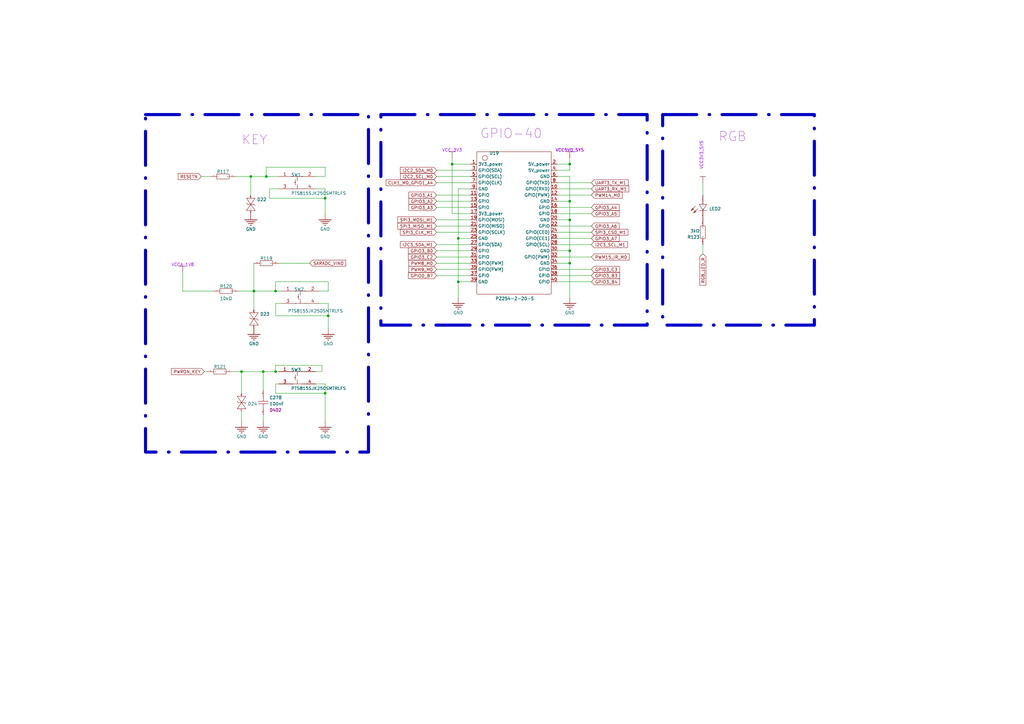
<source format=kicad_sch>
(kicad_sch (version 20250114) (generator "eeschema") (generator_version "9.0")
  (paper "A3")
  (lib_symbols
    (symbol "LCSC Taish-easyedapro:0402WGF1000TCE"
      (property "Reference" "R" (at 0 0 0))
      (symbol "0402WGF1000TCE_1_0"
        (rectangle (start -2.54 -1.016) (end 2.54 1.016))
        (pin input line (at -5.08 0 0) (length 2.54) (name "1") (number "1"))
        (pin input line (at 5.08 0 180) (length 2.54) (name "2") (number "2"))
      )
    )
    (symbol "LCSC Taish-easyedapro:0402WGF1002TCE"
      (property "Reference" "R" (at 0 0 0))
      (symbol "0402WGF1002TCE_1_0"
        (rectangle (start -2.54 -1.016) (end 2.54 1.016))
        (pin input line (at -5.08 0 0) (length 2.54) (name "1") (number "1"))
        (pin input line (at 5.08 0 180) (length 2.54) (name "2") (number "2"))
      )
    )
    (symbol "LCSC Taish-easyedapro:0402WGF2001TCE"
      (property "Reference" "R" (at 0 0 0))
      (symbol "0402WGF2001TCE_1_0"
        (rectangle (start -2.54 -1.016) (end 2.54 1.016))
        (pin input line (at -5.08 0 0) (length 2.54) (name "1") (number "1"))
        (pin input line (at 5.08 0 180) (length 2.54) (name "2") (number "2"))
      )
    )
    (symbol "LCSC Taish-easyedapro:19-217/GHC-YR1S2/3T"
      (property "Reference" "LED" (at 0 0 0))
      (symbol "19-217/GHC-YR1S2/3T_1_0"
        (polyline (pts (xy -2.286 3.81) (xy -1.27 3.302) (xy -1.27 3.302) (xy -1.778 2.794) (xy -1.778 2.794) (xy -2.286 3.81)))
        (polyline (pts (xy -1.27 4.826) (xy -0.254 4.318) (xy -0.254 4.318) (xy -0.762 3.81) (xy -0.762 3.81) (xy -1.27 4.826)))
        (polyline (pts (xy -1.27 1.524) (xy -1.27 -1.524)))
        (polyline (pts (xy -0.508 2.032) (xy -2.286 3.81)))
        (polyline (pts (xy 0.508 3.048) (xy -1.27 4.826)))
        (polyline (pts (xy 1.27 -1.524) (xy -1.27 0) (xy -1.27 0) (xy 1.27 1.524) (xy 1.27 1.524) (xy 1.27 -1.524)))
        (pin input line (at -5.08 0 0) (length 3.81) (name "C") (number "1"))
        (pin input line (at 5.08 0 180) (length 3.81) (name "A") (number "2"))
      )
    )
    (symbol "LCSC Taish-easyedapro:CL05B104KB54PNC"
      (property "Reference" "C" (at 0 0 0))
      (symbol "CL05B104KB54PNC_1_0"
        (polyline (pts (xy -0.508 2.032) (xy -0.508 -2.032)))
        (polyline (pts (xy -0.508 0) (xy -2.54 0)))
        (polyline (pts (xy 0.508 -2.032) (xy 0.508 2.032)))
        (polyline (pts (xy 2.54 0) (xy 0.508 0)))
        (pin input line (at -5.08 0 0) (length 2.54) (name "1") (number "1"))
        (pin input line (at 5.08 0 180) (length 2.54) (name "2") (number "2"))
      )
    )
    (symbol "LCSC Taish-easyedapro:Ground-GND" (power) (pin_numbers (hide yes)) (pin_names (hide yes))
      (symbol "Ground-GND_1_0"
        (polyline (pts (xy -2.54 -2.54) (xy 2.54 -2.54)) (stroke (width 0.254)))
        (polyline (pts (xy -1.778 -3.302) (xy 1.778 -3.302)) (stroke (width 0.254)))
        (polyline (pts (xy -1.016 -4.064) (xy 1.016 -4.064)) (stroke (width 0.254)))
        (polyline (pts (xy -0.254 -4.826) (xy 0.254 -4.826)) (stroke (width 0.254)))
        (pin power_in line (at 0 0 270) (length 2.54) (name "GND") (number "1"))
      )
    )
    (symbol "LCSC Taish-easyedapro:KLXES15AAA1"
      (property "Reference" "D" (at 0 0 0))
      (symbol "KLXES15AAA1_1_0"
        (polyline (pts (xy -2.54 -1.778) (xy 0 0) (xy 0 0) (xy -2.54 1.778) (xy -2.54 1.778) (xy -2.54 -1.778)))
        (polyline (pts (xy 0.508 1.778) (xy 0 1.27) (xy 0 1.27) (xy 0 -1.27) (xy 0 -1.27) (xy -0.508 -1.778)))
        (polyline (pts (xy 2.54 1.778) (xy 0 0) (xy 0 0) (xy 2.54 -1.778) (xy 2.54 -1.778) (xy 2.54 1.778)))
        (polyline (pts (xy 3.81 0) (xy 2.54 0)))
        (pin input line (at -3.81 0 0) (length 1.27) (name "K") (number "1"))
        (pin input line (at 3.81 0 180) (length 1.27) (name "A") (number "2"))
      )
    )
    (symbol "LCSC Taish-easyedapro:PTS815SJK250SMTRLFS"
      (property "Reference" "SW" (at 0 0 0))
      (symbol "PTS815SJK250SMTRLFS_1_0"
        (polyline (pts (xy -2.54 2.54) (xy 2.54 2.54)))
        (polyline (pts (xy -2.54 -2.54) (xy 2.54 -2.54)))
        (polyline (pts (xy -0.762 1.27) (xy -0.762 -1.016)))
        (polyline (pts (xy -0.762 0.254) (xy -1.016 0.254) (xy -1.016 0.254) (xy -1.016 0) (xy -1.016 0) (xy -0.762 0)))
        (polyline (pts (xy 0 2.54) (xy 0 1.524)))
        (polyline (pts (xy 0 1.524) (xy 0 0.762)))
        (polyline (pts (xy 0 -2.54) (xy 0 -0.762)))
        (pin input line (at -7.62 2.54 0) (length 5.08) (name "1") (number "1"))
        (pin input line (at -7.62 -2.54 0) (length 5.08) (name "3") (number "3"))
        (pin input line (at 7.62 2.54 180) (length 5.08) (name "2") (number "2"))
        (pin input line (at 7.62 -2.54 180) (length 5.08) (name "4") (number "4"))
      )
    )
    (symbol "LCSC Taish-easyedapro:PZ254-2-20-S"
      (symbol "PZ254-2-20-S_1_0"
        (rectangle (start -10.16 27.94) (end 20.32 -30.48))
        (circle (center -6.858 25.4) (radius 1.016))
        (pin input line (at -12.7 22.86 0) (length 2.54) (name "3V3_power") (number "1"))
        (pin input line (at -12.7 20.32 0) (length 2.54) (name "GPIO(SDA)") (number "3"))
        (pin input line (at -12.7 17.78 0) (length 2.54) (name "GPIO(SCL)") (number "5"))
        (pin input line (at -12.7 15.24 0) (length 2.54) (name "GPIO(CLK)") (number "7"))
        (pin input line (at -12.7 12.7 0) (length 2.54) (name "GND") (number "9"))
        (pin input line (at -12.7 10.16 0) (length 2.54) (name "GPIO") (number "11"))
        (pin input line (at -12.7 7.62 0) (length 2.54) (name "GPIO") (number "13"))
        (pin input line (at -12.7 5.08 0) (length 2.54) (name "GPIO") (number "15"))
        (pin input line (at -12.7 2.54 0) (length 2.54) (name "3V3_power") (number "17"))
        (pin input line (at -12.7 0 0) (length 2.54) (name "GPIO(MOSI)") (number "19"))
        (pin input line (at -12.7 -2.54 0) (length 2.54) (name "GPIO(MISO)") (number "21"))
        (pin input line (at -12.7 -5.08 0) (length 2.54) (name "GPIO(SCLK)") (number "23"))
        (pin input line (at -12.7 -7.62 0) (length 2.54) (name "GND") (number "25"))
        (pin input line (at -12.7 -10.16 0) (length 2.54) (name "GPIO(SDA)") (number "27"))
        (pin input line (at -12.7 -12.7 0) (length 2.54) (name "GPIO") (number "29"))
        (pin input line (at -12.7 -15.24 0) (length 2.54) (name "GPIO") (number "31"))
        (pin input line (at -12.7 -17.78 0) (length 2.54) (name "GPIO(PWM)") (number "33"))
        (pin input line (at -12.7 -20.32 0) (length 2.54) (name "GPIO(PWM)") (number "35"))
        (pin input line (at -12.7 -22.86 0) (length 2.54) (name "GPIO") (number "37"))
        (pin input line (at -12.7 -25.4 0) (length 2.54) (name "GND") (number "39"))
        (pin input line (at 22.86 22.86 180) (length 2.54) (name "5V_power") (number "2"))
        (pin input line (at 22.86 20.32 180) (length 2.54) (name "5V_power") (number "4"))
        (pin input line (at 22.86 17.78 180) (length 2.54) (name "GND") (number "6"))
        (pin input line (at 22.86 15.24 180) (length 2.54) (name "GPIO(TXD)") (number "8"))
        (pin input line (at 22.86 12.7 180) (length 2.54) (name "GPIO(RXD)") (number "10"))
        (pin input line (at 22.86 10.16 180) (length 2.54) (name "GPIO(PWM)") (number "12"))
        (pin input line (at 22.86 7.62 180) (length 2.54) (name "GND") (number "14"))
        (pin input line (at 22.86 5.08 180) (length 2.54) (name "GPIO") (number "16"))
        (pin input line (at 22.86 2.54 180) (length 2.54) (name "GPIO") (number "18"))
        (pin input line (at 22.86 0 180) (length 2.54) (name "GND") (number "20"))
        (pin input line (at 22.86 -2.54 180) (length 2.54) (name "GPIO") (number "22"))
        (pin input line (at 22.86 -5.08 180) (length 2.54) (name "GPIO(CE0)") (number "24"))
        (pin input line (at 22.86 -7.62 180) (length 2.54) (name "GPIO(CE1)") (number "26"))
        (pin input line (at 22.86 -10.16 180) (length 2.54) (name "GPIO(SCL)") (number "28"))
        (pin input line (at 22.86 -12.7 180) (length 2.54) (name "GND") (number "30"))
        (pin input line (at 22.86 -15.24 180) (length 2.54) (name "GPIO(PWM)") (number "32"))
        (pin input line (at 22.86 -17.78 180) (length 2.54) (name "GND") (number "34"))
        (pin input line (at 22.86 -20.32 180) (length 2.54) (name "GPIO") (number "36"))
        (pin input line (at 22.86 -22.86 180) (length 2.54) (name "GPIO") (number "38"))
        (pin input line (at 22.86 -25.4 180) (length 2.54) (name "GPIO") (number "40"))
      )
    )
    (symbol "LCSC Taish-easyedapro:Power-VCC" (power) (pin_numbers (hide yes)) (pin_names (hide yes))
      (symbol "Power-VCC_1_0"
        (polyline (pts (xy -1.27 2.54) (xy 1.27 2.54)))
        (polyline (pts (xy 0 2.54) (xy 0 1.27)))
        (pin power_in line (at 0 0 90) (length 1.27) (name "VCC5V0_SYS") (number "1"))
      )
    )
  )
  (rectangle (start 156.21 46.99) (end 265.43 133.35) (stroke (width 1.27) (type dash_dot)))
  (rectangle (start 271.78 46.99) (end 334.01 133.35) (stroke (width 1.27) (type dash_dot)))
  (rectangle (start 59.69 46.99) (end 151.13 185.42) (stroke (width 1.27) (type dash_dot)))
  (text "KEY" (at 99.06 59.69 0) (effects (font (size 3.81 3.81)) (justify left bottom)))
  (text "GPIO-40" (at 196.85 57.15 0) (effects (font (size 3.81 3.81)) (justify left bottom)))
  (text "RGB" (at 294.64 58.42 0) (effects (font (size 3.81 3.81)) (justify left bottom)))
  (junction (at 233.68 67.31))
  (junction (at 134.62 129.54))
  (junction (at 233.68 90.17))
  (junction (at 187.96 97.79))
  (junction (at 233.68 107.95))
  (junction (at 109.22 72.39))
  (junction (at 99.06 152.4))
  (junction (at 233.68 102.87))
  (junction (at 104.14 119.38))
  (junction (at 107.95 152.4))
  (junction (at 233.68 82.55))
  (junction (at 133.35 81.28))
  (junction (at 133.35 161.29))
  (junction (at 102.87 72.39))
  (junction (at 187.96 115.57))
  (junction (at 185.42 67.31))
  (junction (at 113.03 152.4))
  (junction (at 113.03 119.38))
  (wire (pts (xy 87.63 119.38) (xy 74.93 119.38)))
  (wire (pts (xy 113.03 152.4) (xy 114.3 152.4)))
  (wire (pts (xy 104.14 127) (xy 104.14 119.38)))
  (wire (pts (xy 193.04 105.41) (xy 179.07 105.41)))
  (wire (pts (xy 113.03 119.38) (xy 115.57 119.38)))
  (wire (pts (xy 95.25 152.4) (xy 99.06 152.4)))
  (wire (pts (xy 133.35 161.29) (xy 113.03 161.29)))
  (wire (pts (xy 187.96 77.47) (xy 187.96 97.79)))
  (wire (pts (xy 233.68 90.17) (xy 233.68 82.55)))
  (wire (pts (xy 193.04 82.55) (xy 179.07 82.55)))
  (wire (pts (xy 134.62 119.38) (xy 134.62 115.57)))
  (wire (pts (xy 228.6 67.31) (xy 233.68 67.31)))
  (wire (pts (xy 109.22 72.39) (xy 114.3 72.39)))
  (wire (pts (xy 133.35 172.72) (xy 133.35 161.29)))
  (wire (pts (xy 113.03 119.38) (xy 113.03 115.57)))
  (wire (pts (xy 193.04 107.95) (xy 179.07 107.95)))
  (wire (pts (xy 242.57 87.63) (xy 228.6 87.63)))
  (wire (pts (xy 133.35 68.58) (xy 133.35 72.39)))
  (wire (pts (xy 110.49 77.47) (xy 114.3 77.47)))
  (wire (pts (xy 228.6 107.95) (xy 233.68 107.95)))
  (wire (pts (xy 193.04 77.47) (xy 187.96 77.47)))
  (wire (pts (xy 130.81 119.38) (xy 134.62 119.38)))
  (wire (pts (xy 288.29 80.01) (xy 288.29 74.93)))
  (wire (pts (xy 233.68 102.87) (xy 233.68 90.17)))
  (wire (pts (xy 134.62 115.57) (xy 113.03 115.57)))
  (wire (pts (xy 107.95 152.4) (xy 107.95 160.02)))
  (wire (pts (xy 193.04 113.03) (xy 179.07 113.03)))
  (wire (pts (xy 133.35 77.47) (xy 129.54 77.47)))
  (wire (pts (xy 102.87 72.39) (xy 102.87 80.01)))
  (wire (pts (xy 193.04 80.01) (xy 179.07 80.01)))
  (wire (pts (xy 134.62 129.54) (xy 134.62 124.46)))
  (wire (pts (xy 193.04 92.71) (xy 179.07 92.71)))
  (wire (pts (xy 113.03 161.29) (xy 113.03 157.48)))
  (wire (pts (xy 193.04 85.09) (xy 179.07 85.09)))
  (wire (pts (xy 113.03 157.48) (xy 114.3 157.48)))
  (wire (pts (xy 113.03 149.86) (xy 132.08 149.86)))
  (wire (pts (xy 193.04 87.63) (xy 185.42 87.63)))
  (wire (pts (xy 133.35 81.28) (xy 110.49 81.28)))
  (wire (pts (xy 228.6 102.87) (xy 233.68 102.87)))
  (wire (pts (xy 110.49 81.28) (xy 110.49 77.47)))
  (wire (pts (xy 115.57 124.46) (xy 113.03 124.46)))
  (wire (pts (xy 185.42 64.77) (xy 185.42 67.31)))
  (wire (pts (xy 99.06 168.91) (xy 99.06 172.72)))
  (wire (pts (xy 133.35 161.29) (xy 133.35 157.48)))
  (wire (pts (xy 228.6 90.17) (xy 233.68 90.17)))
  (wire (pts (xy 113.03 129.54) (xy 134.62 129.54)))
  (wire (pts (xy 185.42 67.31) (xy 185.42 87.63)))
  (wire (pts (xy 242.57 115.57) (xy 228.6 115.57)))
  (wire (pts (xy 132.08 152.4) (xy 132.08 149.86)))
  (wire (pts (xy 113.03 152.4) (xy 107.95 152.4)))
  (wire (pts (xy 228.6 72.39) (xy 233.68 72.39)))
  (wire (pts (xy 193.04 95.25) (xy 179.07 95.25)))
  (wire (pts (xy 104.14 119.38) (xy 104.14 107.95)))
  (wire (pts (xy 242.57 97.79) (xy 228.6 97.79)))
  (wire (pts (xy 109.22 68.58) (xy 133.35 68.58)))
  (wire (pts (xy 193.04 102.87) (xy 179.07 102.87)))
  (wire (pts (xy 193.04 90.17) (xy 179.07 90.17)))
  (wire (pts (xy 242.57 77.47) (xy 228.6 77.47)))
  (wire (pts (xy 233.68 82.55) (xy 233.68 72.39)))
  (wire (pts (xy 134.62 134.62) (xy 134.62 129.54)))
  (wire (pts (xy 242.57 85.09) (xy 228.6 85.09)))
  (wire (pts (xy 233.68 107.95) (xy 233.68 102.87)))
  (wire (pts (xy 99.06 161.29) (xy 99.06 152.4)))
  (wire (pts (xy 97.79 119.38) (xy 104.14 119.38)))
  (wire (pts (xy 242.57 110.49) (xy 228.6 110.49)))
  (wire (pts (xy 102.87 72.39) (xy 96.52 72.39)))
  (wire (pts (xy 233.68 67.31) (xy 233.68 64.77)))
  (wire (pts (xy 233.68 121.92) (xy 233.68 107.95)))
  (wire (pts (xy 129.54 152.4) (xy 132.08 152.4)))
  (wire (pts (xy 104.14 119.38) (xy 113.03 119.38)))
  (wire (pts (xy 193.04 69.85) (xy 179.07 69.85)))
  (wire (pts (xy 228.6 82.55) (xy 233.68 82.55)))
  (wire (pts (xy 193.04 115.57) (xy 187.96 115.57)))
  (wire (pts (xy 193.04 67.31) (xy 185.42 67.31)))
  (wire (pts (xy 242.57 100.33) (xy 228.6 100.33)))
  (wire (pts (xy 242.57 95.25) (xy 228.6 95.25)))
  (wire (pts (xy 133.35 87.63) (xy 133.35 81.28)))
  (wire (pts (xy 193.04 100.33) (xy 179.07 100.33)))
  (wire (pts (xy 187.96 97.79) (xy 187.96 115.57)))
  (wire (pts (xy 107.95 152.4) (xy 99.06 152.4)))
  (wire (pts (xy 242.57 105.41) (xy 228.6 105.41)))
  (wire (pts (xy 193.04 74.93) (xy 179.07 74.93)))
  (wire (pts (xy 129.54 157.48) (xy 133.35 157.48)))
  (wire (pts (xy 133.35 72.39) (xy 129.54 72.39)))
  (wire (pts (xy 228.6 69.85) (xy 233.68 69.85)))
  (wire (pts (xy 113.03 124.46) (xy 113.03 129.54)))
  (wire (pts (xy 193.04 72.39) (xy 179.07 72.39)))
  (wire (pts (xy 86.36 72.39) (xy 82.55 72.39)))
  (wire (pts (xy 242.57 92.71) (xy 228.6 92.71)))
  (wire (pts (xy 288.29 104.14) (xy 288.29 100.33)))
  (wire (pts (xy 107.95 172.72) (xy 107.95 170.18)))
  (wire (pts (xy 109.22 72.39) (xy 109.22 68.58)))
  (wire (pts (xy 133.35 77.47) (xy 133.35 81.28)))
  (wire (pts (xy 187.96 115.57) (xy 187.96 121.92)))
  (wire (pts (xy 233.68 69.85) (xy 233.68 67.31)))
  (wire (pts (xy 193.04 97.79) (xy 187.96 97.79)))
  (wire (pts (xy 113.03 152.4) (xy 113.03 149.86)))
  (wire (pts (xy 130.81 124.46) (xy 134.62 124.46)))
  (wire (pts (xy 242.57 74.93) (xy 228.6 74.93)))
  (wire (pts (xy 242.57 80.01) (xy 228.6 80.01)))
  (wire (pts (xy 85.09 152.4) (xy 83.82 152.4)))
  (wire (pts (xy 127 107.95) (xy 114.3 107.95)))
  (wire (pts (xy 242.57 113.03) (xy 228.6 113.03)))
  (wire (pts (xy 109.22 72.39) (xy 102.87 72.39)))
  (wire (pts (xy 193.04 110.49) (xy 179.07 110.49)))
  (wire (pts (xy 74.93 111.76) (xy 74.93 119.38)))
  (global_label "RGB_LED_R" (shape input) (at 288.29 104.14 270) (property "Intersheetrefs" "${INTERSHEET_REFS}" (effects (hide yes))))
  (global_label "I2C3_SDA_M1" (shape input) (at 179.07 100.33 180) (property "Intersheetrefs" "${INTERSHEET_REFS}" (effects (hide yes))))
  (global_label "GPIO3_A7" (shape input) (at 242.57 97.79 0) (property "Intersheetrefs" "${INTERSHEET_REFS}" (effects (hide yes))))
  (global_label "GPIO3_A3" (shape input) (at 179.07 85.09 180) (property "Intersheetrefs" "${INTERSHEET_REFS}" (effects (hide yes))))
  (global_label "PWM8_M0" (shape input) (at 179.07 107.95 180) (property "Intersheetrefs" "${INTERSHEET_REFS}" (effects (hide yes))))
  (global_label "PWM9_M0" (shape input) (at 179.07 110.49 180) (property "Intersheetrefs" "${INTERSHEET_REFS}" (effects (hide yes))))
  (global_label "CLK1_M0_GPIO1_A4" (shape input) (at 179.07 74.93 180) (property "Intersheetrefs" "${INTERSHEET_REFS}" (effects (hide yes))))
  (global_label "GPIO3_A6" (shape input) (at 242.57 92.71 0) (property "Intersheetrefs" "${INTERSHEET_REFS}" (effects (hide yes))))
  (global_label "I2C2_SCL_M0" (shape input) (at 179.07 72.39 180) (property "Intersheetrefs" "${INTERSHEET_REFS}" (effects (hide yes))))
  (global_label "GPIO3_A1" (shape input) (at 179.07 80.01 180) (property "Intersheetrefs" "${INTERSHEET_REFS}" (effects (hide yes))))
  (global_label "PWM15_IR_M0" (shape input) (at 242.57 105.41 0) (property "Intersheetrefs" "${INTERSHEET_REFS}" (effects (hide yes))))
  (global_label "SPI3_CS0_M1" (shape input) (at 242.57 95.25 0) (property "Intersheetrefs" "${INTERSHEET_REFS}" (effects (hide yes))))
  (global_label "UART3_TX_M1" (shape input) (at 242.57 74.93 0) (property "Intersheetrefs" "${INTERSHEET_REFS}" (effects (hide yes))))
  (global_label "GPIO3_C2" (shape input) (at 179.07 105.41 180) (property "Intersheetrefs" "${INTERSHEET_REFS}" (effects (hide yes))))
  (global_label "GPIO3_A5" (shape input) (at 242.57 87.63 0) (property "Intersheetrefs" "${INTERSHEET_REFS}" (effects (hide yes))))
  (global_label "GPIO3_B3" (shape input) (at 242.57 113.03 0) (property "Intersheetrefs" "${INTERSHEET_REFS}" (effects (hide yes))))
  (global_label "RESETN" (shape input) (at 82.55 72.39 180) (property "Intersheetrefs" "${INTERSHEET_REFS}" (effects (hide yes))))
  (global_label "SARADC_VIN0" (shape input) (at 127 107.95 0) (property "Intersheetrefs" "${INTERSHEET_REFS}" (effects (hide yes))))
  (global_label "PWM14_M0" (shape input) (at 242.57 80.01 0) (property "Intersheetrefs" "${INTERSHEET_REFS}" (effects (hide yes))))
  (global_label "SPI3_MOSI_M1" (shape input) (at 179.07 90.17 180) (property "Intersheetrefs" "${INTERSHEET_REFS}" (effects (hide yes))))
  (global_label "I2C2_SDA_M0" (shape input) (at 179.07 69.85 180) (property "Intersheetrefs" "${INTERSHEET_REFS}" (effects (hide yes))))
  (global_label "GPIO3_A4" (shape input) (at 242.57 85.09 0) (property "Intersheetrefs" "${INTERSHEET_REFS}" (effects (hide yes))))
  (global_label "GPIO3_A2" (shape input) (at 179.07 82.55 180) (property "Intersheetrefs" "${INTERSHEET_REFS}" (effects (hide yes))))
  (global_label "PWRON_KEY" (shape input) (at 83.82 152.4 180) (property "Intersheetrefs" "${INTERSHEET_REFS}" (effects (hide yes))))
  (global_label "I2C3_SCL_M1" (shape input) (at 242.57 100.33 0) (property "Intersheetrefs" "${INTERSHEET_REFS}" (effects (hide yes))))
  (global_label "GPIO3_C3" (shape input) (at 242.57 110.49 0) (property "Intersheetrefs" "${INTERSHEET_REFS}" (effects (hide yes))))
  (global_label "GPIO0_B7" (shape input) (at 179.07 113.03 180) (property "Intersheetrefs" "${INTERSHEET_REFS}" (effects (hide yes))))
  (global_label "GPIO3_B0" (shape input) (at 179.07 102.87 180) (property "Intersheetrefs" "${INTERSHEET_REFS}" (effects (hide yes))))
  (global_label "SPI3_CLK_M1" (shape input) (at 179.07 95.25 180) (property "Intersheetrefs" "${INTERSHEET_REFS}" (effects (hide yes))))
  (global_label "UART3_RX_M1" (shape input) (at 242.57 77.47 0) (property "Intersheetrefs" "${INTERSHEET_REFS}" (effects (hide yes))))
  (global_label "GPIO3_B4" (shape input) (at 242.57 115.57 0) (property "Intersheetrefs" "${INTERSHEET_REFS}" (effects (hide yes))))
  (global_label "SPI3_MISO_M1" (shape input) (at 179.07 92.71 180) (property "Intersheetrefs" "${INTERSHEET_REFS}" (effects (hide yes))))
  (symbol (lib_id "LCSC Taish-easyedapro:Ground-GND") (at 187.96 121.92 0) (unit 1)
    (property "Reference" "#PWR0251" (effects (hide yes)))
    (property "Value" "GND" (at 187.96 128.27 0))
    (property "Footprint" "LCSC Taish-easyedapro:" (effects (hide yes)))
  )
  (symbol (lib_id "LCSC Taish-easyedapro:Power-VCC") (at 185.42 64.77 0) (unit 1)
    (property "Reference" "#PWR0250" (effects (hide yes)))
    (property "Value" "VCC_3V3" (at 185.42 62.23 0) (effects (justify bottom)))
    (property "Footprint" "LCSC Taish-easyedapro:" (effects (hide yes)))
  )
  (symbol (lib_id "LCSC Taish-easyedapro:Ground-GND") (at 134.62 134.62 0) (unit 1)
    (property "Reference" "#PWR0233" (effects (hide yes)))
    (property "Value" "GND" (at 134.62 140.97 0))
    (property "Footprint" "LCSC Taish-easyedapro:" (effects (hide yes)))
  )
  (symbol (lib_id "LCSC Taish-easyedapro:Ground-GND") (at 99.06 172.72 0) (unit 1)
    (property "Reference" "#PWR0243" (effects (hide yes)))
    (property "Value" "GND" (at 99.06 179.07 0))
    (property "Footprint" "LCSC Taish-easyedapro:" (effects (hide yes)))
  )
  (symbol (lib_id "LCSC Taish-easyedapro:CL05B104KB54PNC") (at 107.95 165.1 90) (unit 1)
    (property "Reference" "C278" (at 110.49 163.83 90) (effects (justify right top)))
    (property "Value" "100nF" (at 110.49 166.37 90) (effects (justify right top)))
    (property "Footprint" "Capacitor_SMD:C_0402_1005Metric" (effects (hide yes)))
    (property "Datasheet" "https://atta.szlcsc.com/upload/public/pdf/source/20181009/C307331_222F7C870FD3EA5F46F538B483443886.pdf" (effects (hide yes)))
    (property "Description" "容值:100nF;精度:±10%;额定电压:50V;材质(温度系数):X7R;" (effects (hide yes)))
    (property "Manufacturer Part" "CL05B104KB54PNC" (effects (hide yes)))
    (property "Manufacturer" "SAMSUNG(三星)" (effects (hide yes)))
    (property "Supplier Part" "C307331" (effects (hide yes)))
    (property "Supplier" "LCSC" (effects (hide yes)))
    (property "LCSC Part Name" "100nF ±10% 50V" (effects (hide yes)))
    (property "Supplier Footprint" "0402" (at 110.49 168.91 90) (effects (justify right top)))
  )
  (symbol (lib_id "LCSC Taish-easyedapro:Power-VCC") (at 233.68 64.77 0) (unit 1)
    (property "Reference" "#PWR0249" (effects (hide yes)))
    (property "Value" "VCC5V0_SYS" (at 233.68 62.23 0) (effects (justify bottom)))
    (property "Footprint" "LCSC Taish-easyedapro:" (effects (hide yes)))
  )
  (symbol (lib_id "LCSC Taish-easyedapro:PTS815SJK250SMTRLFS") (at 123.19 121.92 0) (unit 1)
    (property "Reference" "SW2" (at 120.65 119.38 0) (effects (justify left bottom)))
    (property "Value" "PTS815SJK250SMTRLFS" (at 118.11 128.27 0) (effects (justify left bottom)))
    (property "Footprint" "LCSC Taish-easyedapro:SW-SMD_4P-L4.2-W3.3-P2.15-LS5.1" (effects (hide yes)))
    (property "Datasheet" "https://atta.szlcsc.com/upload/public/pdf/source/20190916/C411883_4F77F16E1D8E48DC707D8949CEE7CF80.pdf" (effects (hide yes)))
    (property "Description" "操作寿命10万次，使用温度-20°C 至 70°C,尺寸4.20mmx3.20mmx2.50mm，操作力度2.5N" (effects (hide yes)))
    (property "Manufacturer Part" "PTS815SJK250SMTRLFS" (effects (hide yes)))
    (property "Manufacturer" "CK" (effects (hide yes)))
    (property "Supplier Part" "C918859" (effects (hide yes)))
    (property "Supplier" "LCSC" (effects (hide yes)))
    (property "LCSC Part Name" "轻触开关" (effects (hide yes)))
  )
  (symbol (lib_id "LCSC Taish-easyedapro:Ground-GND") (at 133.35 87.63 0) (unit 1)
    (property "Reference" "#PWR0232" (effects (hide yes)))
    (property "Value" "GND" (at 133.35 93.98 0))
    (property "Footprint" "LCSC Taish-easyedapro:" (effects (hide yes)))
  )
  (symbol (lib_id "LCSC Taish-easyedapro:PTS815SJK250SMTRLFS") (at 121.92 74.93 0) (unit 1)
    (property "Reference" "SW1" (at 119.38 72.39 0) (effects (justify left bottom)))
    (property "Value" "PTS815SJK250SMTRLFS" (at 119.38 80.01 0) (effects (justify left bottom)))
    (property "Footprint" "LCSC Taish-easyedapro:SW-SMD_4P-L4.2-W3.3-P2.15-LS5.1" (effects (hide yes)))
    (property "Datasheet" "https://atta.szlcsc.com/upload/public/pdf/source/20190916/C411883_4F77F16E1D8E48DC707D8949CEE7CF80.pdf" (effects (hide yes)))
    (property "Description" "操作寿命10万次，使用温度-20°C 至 70°C,尺寸4.20mmx3.20mmx2.50mm，操作力度2.5N" (effects (hide yes)))
    (property "Manufacturer Part" "PTS815SJK250SMTRLFS" (effects (hide yes)))
    (property "Manufacturer" "CK" (effects (hide yes)))
    (property "Supplier Part" "C918859" (effects (hide yes)))
    (property "Supplier" "LCSC" (effects (hide yes)))
    (property "LCSC Part Name" "轻触开关" (effects (hide yes)))
  )
  (symbol (lib_id "LCSC Taish-easyedapro:0402WGF2001TCE") (at 288.29 95.25 270) (unit 1)
    (property "Reference" "R123" (at 287.02 96.52 90) (effects (justify right top)))
    (property "Value" "3kΩ" (at 287.02 93.98 90) (effects (justify right top)))
    (property "Footprint" "LCSC Taish-easyedapro:R0402" (effects (hide yes)))
    (property "Datasheet" "https://atta.szlcsc.com/upload/public/pdf/source/20200306/C422600_1E6D84923E4A46A82E41ADD87F860B5C.pdf" (effects (hide yes)))
    (property "Description" "电阻类型:厚膜电阻;阻值:3kΩ;精度:±1%;功率:62.5mW;" (effects (hide yes)))
    (property "Manufacturer Part" "0402WGF3001TCE" (effects (hide yes)))
    (property "Manufacturer" "UNI-ROYAL(厚声)" (effects (hide yes)))
    (property "Supplier Part" "C25784" (effects (hide yes)))
    (property "Supplier" "LCSC" (effects (hide yes)))
    (property "LCSC Part Name" "3kΩ ±1% 62.5mW" (effects (hide yes)))
  )
  (symbol (lib_id "LCSC Taish-easyedapro:Ground-GND") (at 104.14 134.62 0) (unit 1)
    (property "Reference" "#PWR0246" (effects (hide yes)))
    (property "Value" "GND" (at 104.14 140.97 0))
    (property "Footprint" "LCSC Taish-easyedapro:" (effects (hide yes)))
  )
  (symbol (lib_id "LCSC Taish-easyedapro:KLXES15AAA1") (at 104.14 130.81 90) (unit 1)
    (property "Reference" "D23" (at 106.68 129.54 90) (effects (justify right top)))
    (property "Value" "KLXES15AAA1" (effects (hide yes)))
    (property "Footprint" "LCSC Taish-easyedapro:D0402-BI" (effects (hide yes)))
    (property "Datasheet" "https://atta.szlcsc.com/upload/public/pdf/source/20210908/40FD94D5521B4EF0ED53BC030E77ED53.pdf" (effects (hide yes)))
    (property "Description" "极性:双向;反向截止电压(Vrwm):5V;钳位电压(Vc)@Ipp:40V;" (effects (hide yes)))
    (property "Manufacturer Part" "KLXES15AAA1" (effects (hide yes)))
    (property "Manufacturer" "KUU" (effects (hide yes)))
    (property "Supplier Part" "C2892490" (effects (hide yes)))
    (property "Supplier" "LCSC" (effects (hide yes)))
    (property "LCSC Part Name" "KLXES15AAA1" (effects (hide yes)))
  )
  (symbol (lib_id "LCSC Taish-easyedapro:19-217/GHC-YR1S2/3T") (at 288.29 85.09 90) (unit 1)
    (property "Reference" "LED2" (at 290.83 86.36 90) (effects (justify right top)))
    (property "Value" "19-217/GHC-YR1S2/3T" (effects (hide yes)))
    (property "Footprint" "LCSC Taish-easyedapro:LED0603-RD" (effects (hide yes)))
    (property "Datasheet" "https://atta.szlcsc.com/upload/public/pdf/source/20160507/1462613613780.pdf" (effects (hide yes)))
    (property "Description" "发光颜色:翠绿;二极管配置:-;主波长:520nm~535nm;色温:-;功率:110mW;安装方式:-;" (effects (hide yes)))
    (property "Manufacturer Part" "19-217/GHC-YR1S2/3T" (effects (hide yes)))
    (property "Manufacturer" "EVERLIGHT(亿光)" (effects (hide yes)))
    (property "Supplier Part" "C72043" (effects (hide yes)))
    (property "Supplier" "LCSC" (effects (hide yes)))
    (property "LCSC Part Name" "19-217/GHC-YR1S2/3T" (effects (hide yes)))
  )
  (symbol (lib_id "LCSC Taish-easyedapro:Ground-GND") (at 233.68 121.92 0) (unit 1)
    (property "Reference" "#PWR0248" (effects (hide yes)))
    (property "Value" "GND" (at 233.68 128.27 0))
    (property "Footprint" "LCSC Taish-easyedapro:" (effects (hide yes)))
  )
  (symbol (lib_id "LCSC Taish-easyedapro:Power-VCC") (at 74.93 111.76 0) (unit 1)
    (property "Reference" "#PWR0245" (effects (hide yes)))
    (property "Value" "VCCA_1V8" (at 74.93 109.22 0) (effects (justify bottom)))
    (property "Footprint" "LCSC Taish-easyedapro:" (effects (hide yes)))
  )
  (symbol (lib_id "LCSC Taish-easyedapro:Ground-GND") (at 102.87 87.63 0) (unit 1)
    (property "Reference" "#PWR0242" (effects (hide yes)))
    (property "Value" "GND" (at 102.87 93.98 0))
    (property "Footprint" "LCSC Taish-easyedapro:" (effects (hide yes)))
  )
  (symbol (lib_id "LCSC Taish-easyedapro:0402WGF1000TCE") (at 109.22 107.95 0) (unit 1)
    (property "Reference" "R119" (at 106.68 106.68 0) (effects (justify left bottom)))
    (property "Value" "0402WGF1000TCE" (effects (hide yes)))
    (property "Footprint" "LCSC Taish-easyedapro:R0402" (effects (hide yes)))
    (property "Datasheet" "https://atta.szlcsc.com/upload/public/pdf/source/20170920/C25076_1505901197574982707.pdf" (effects (hide yes)))
    (property "Manufacturer Part" "0402WGF1000TCE" (effects (hide yes)))
    (property "Manufacturer" "UNI-ROYAL(厚声)" (effects (hide yes)))
    (property "Supplier Part" "C25076" (effects (hide yes)))
    (property "Supplier" "LCSC" (effects (hide yes)))
    (property "LCSC Part Name" "100Ω(1000) ±1% 编带" (effects (hide yes)))
  )
  (symbol (lib_id "LCSC Taish-easyedapro:KLXES15AAA1") (at 99.06 165.1 90) (unit 1)
    (property "Reference" "D24" (at 101.6 166.37 90) (effects (justify right top)))
    (property "Value" "KLXES15AAA1" (effects (hide yes)))
    (property "Footprint" "LCSC Taish-easyedapro:D0402-BI" (effects (hide yes)))
    (property "Datasheet" "https://atta.szlcsc.com/upload/public/pdf/source/20210908/40FD94D5521B4EF0ED53BC030E77ED53.pdf" (effects (hide yes)))
    (property "Description" "极性:双向;反向截止电压(Vrwm):5V;钳位电压(Vc)@Ipp:40V;" (effects (hide yes)))
    (property "Manufacturer Part" "KLXES15AAA1" (effects (hide yes)))
    (property "Manufacturer" "KUU" (effects (hide yes)))
    (property "Supplier Part" "C2892490" (effects (hide yes)))
    (property "Supplier" "LCSC" (effects (hide yes)))
    (property "LCSC Part Name" "KLXES15AAA1" (effects (hide yes)))
  )
  (symbol (lib_id "LCSC Taish-easyedapro:Power-VCC") (at 288.29 74.93 0) (unit 1)
    (property "Reference" "#PWR0247" (effects (hide yes)))
    (property "Value" "VCC3V3_SYS" (at 287.02 63.5 90) (effects (justify top)))
    (property "Footprint" "LCSC Taish-easyedapro:" (effects (hide yes)))
  )
  (symbol (lib_id "LCSC Taish-easyedapro:PZ254-2-20-S") (at 205.74 90.17 0) (unit 1)
    (property "Reference" "U19" (at 200.66 63.5 0) (effects (justify left bottom)))
    (property "Value" "PZ254-2-20-S" (at 203.2 123.19 0) (effects (justify left bottom)))
    (property "Footprint" "LCSC Taish-easyedapro:HDR-SMD_40P-P2.54-V-M-R2-C20-S7.4" (effects (hide yes)))
    (property "Datasheet" "https://atta.szlcsc.com/upload/public/pdf/source/20220630/EB7B4B2B4E0FCA0DCBE3ABD95BC76C22.pdf" (effects (hide yes)))
    (property "Description" "间距：2.54mm 总PIN位数：40 排数：2 插针结构：2x20P  安装类型：立贴 方针：方针 额定电流：3A 额定电压：250V 配合针长度：6mm 塑高：2.5mm  颜色：黑色 双排立式贴片排针" (effects (hide yes)))
    (property "Manufacturer Part" "PZ254-2-20-S" (effects (hide yes)))
    (property "Manufacturer" "HCTL(华灿天禄)" (effects (hide yes)))
    (property "Supplier Part" "C3294478" (effects (hide yes)))
    (property "Supplier" "LCSC" (effects (hide yes)))
    (property "LCSC Part Name" "2.54mm 2x20P排针" (effects (hide yes)))
  )
  (symbol (lib_id "LCSC Taish-easyedapro:Ground-GND") (at 107.95 172.72 0) (unit 1)
    (property "Reference" "#PWR0244" (effects (hide yes)))
    (property "Value" "GND" (at 107.95 179.07 0))
    (property "Footprint" "LCSC Taish-easyedapro:" (effects (hide yes)))
  )
  (symbol (lib_id "LCSC Taish-easyedapro:0402WGF1002TCE") (at 92.71 119.38 0) (unit 1)
    (property "Reference" "R120" (at 90.17 118.11 0) (effects (justify left bottom)))
    (property "Value" "10kΩ" (at 90.17 123.19 0) (effects (justify left bottom)))
    (property "Footprint" "LCSC Taish-easyedapro:R0402" (effects (hide yes)))
    (property "Datasheet" "https://atta.szlcsc.com/upload/public/pdf/source/20200306/C422600_1E6D84923E4A46A82E41ADD87F860B5C.pdf" (effects (hide yes)))
    (property "Description" "电阻类型:厚膜电阻;阻值:10kΩ;精度:±1%;功率:62.5mW;" (effects (hide yes)))
    (property "Manufacturer Part" "0402WGF1002TCE" (effects (hide yes)))
    (property "Manufacturer" "UNI-ROYAL(厚声)" (effects (hide yes)))
    (property "Supplier Part" "C25744" (effects (hide yes)))
    (property "Supplier" "LCSC" (effects (hide yes)))
    (property "LCSC Part Name" "10kΩ ±1% 62.5mW" (effects (hide yes)))
  )
  (symbol (lib_id "LCSC Taish-easyedapro:Ground-GND") (at 133.35 172.72 0) (unit 1)
    (property "Reference" "#PWR0230" (effects (hide yes)))
    (property "Value" "GND" (at 133.35 179.07 0))
    (property "Footprint" "LCSC Taish-easyedapro:" (effects (hide yes)))
  )
  (symbol (lib_id "LCSC Taish-easyedapro:KLXES15AAA1") (at 102.87 83.82 90) (unit 1)
    (property "Reference" "D22" (at 105.41 82.55 90) (effects (justify right top)))
    (property "Value" "KLXES15AAA1" (effects (hide yes)))
    (property "Footprint" "LCSC Taish-easyedapro:D0402-BI" (effects (hide yes)))
    (property "Datasheet" "https://atta.szlcsc.com/upload/public/pdf/source/20210908/40FD94D5521B4EF0ED53BC030E77ED53.pdf" (effects (hide yes)))
    (property "Description" "极性:双向;反向截止电压(Vrwm):5V;钳位电压(Vc)@Ipp:40V;" (effects (hide yes)))
    (property "Manufacturer Part" "KLXES15AAA1" (effects (hide yes)))
    (property "Manufacturer" "KUU" (effects (hide yes)))
    (property "Supplier Part" "C2892490" (effects (hide yes)))
    (property "Supplier" "LCSC" (effects (hide yes)))
    (property "LCSC Part Name" "KLXES15AAA1" (effects (hide yes)))
  )
  (symbol (lib_id "LCSC Taish-easyedapro:0402WGF1000TCE") (at 90.17 152.4 180) (unit 1)
    (property "Reference" "R121" (at 87.63 151.13 0) (effects (justify right top)))
    (property "Value" "0402WGF1000TCE" (effects (hide yes)))
    (property "Footprint" "LCSC Taish-easyedapro:R0402" (effects (hide yes)))
    (property "Datasheet" "https://atta.szlcsc.com/upload/public/pdf/source/20170920/C25076_1505901197574982707.pdf" (effects (hide yes)))
    (property "Manufacturer Part" "0402WGF1000TCE" (effects (hide yes)))
    (property "Manufacturer" "UNI-ROYAL(厚声)" (effects (hide yes)))
    (property "Supplier Part" "C25076" (effects (hide yes)))
    (property "Supplier" "LCSC" (effects (hide yes)))
    (property "LCSC Part Name" "100Ω(1000) ±1% 编带" (effects (hide yes)))
  )
  (symbol (lib_id "LCSC Taish-easyedapro:0402WGF1000TCE") (at 91.44 72.39 0) (unit 1)
    (property "Reference" "R117" (at 88.9 71.12 0) (effects (justify left bottom)))
    (property "Value" "0402WGF1000TCE" (effects (hide yes)))
    (property "Footprint" "LCSC Taish-easyedapro:R0402" (effects (hide yes)))
    (property "Datasheet" "https://atta.szlcsc.com/upload/public/pdf/source/20170920/C25076_1505901197574982707.pdf" (effects (hide yes)))
    (property "Manufacturer Part" "0402WGF1000TCE" (effects (hide yes)))
    (property "Manufacturer" "UNI-ROYAL(厚声)" (effects (hide yes)))
    (property "Supplier Part" "C25076" (effects (hide yes)))
    (property "Supplier" "LCSC" (effects (hide yes)))
    (property "LCSC Part Name" "100Ω(1000) ±1%" (effects (hide yes)))
  )
  (symbol (lib_id "LCSC Taish-easyedapro:PTS815SJK250SMTRLFS") (at 121.92 154.94 0) (unit 1)
    (property "Reference" "SW3" (at 119.38 152.4 0) (effects (justify left bottom)))
    (property "Value" "PTS815SJK250SMTRLFS" (at 119.38 160.02 0) (effects (justify left bottom)))
    (property "Footprint" "LCSC Taish-easyedapro:SW-SMD_4P-L4.2-W3.3-P2.15-LS5.1" (effects (hide yes)))
    (property "Datasheet" "https://atta.szlcsc.com/upload/public/pdf/source/20190916/C411883_4F77F16E1D8E48DC707D8949CEE7CF80.pdf" (effects (hide yes)))
    (property "Description" "操作寿命10万次，使用温度-20°C 至 70°C,尺寸4.20mmx3.20mmx2.50mm，操作力度2.5N" (effects (hide yes)))
    (property "Manufacturer Part" "PTS815SJK250SMTRLFS" (effects (hide yes)))
    (property "Manufacturer" "CK" (effects (hide yes)))
    (property "Supplier Part" "C918859" (effects (hide yes)))
    (property "Supplier" "LCSC" (effects (hide yes)))
    (property "LCSC Part Name" "轻触开关" (effects (hide yes)))
  )
)
</source>
